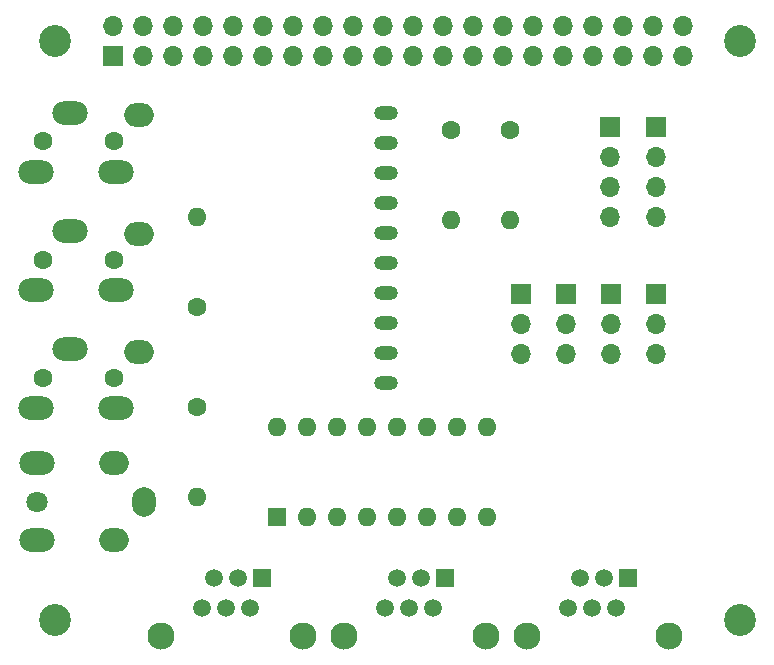
<source format=gbs>
G04 #@! TF.GenerationSoftware,KiCad,Pcbnew,(5.1.5)-3*
G04 #@! TF.CreationDate,2020-06-12T22:17:56+02:00*
G04 #@! TF.ProjectId,Main,4d61696e-2e6b-4696-9361-645f70636258,rev?*
G04 #@! TF.SameCoordinates,Original*
G04 #@! TF.FileFunction,Soldermask,Bot*
G04 #@! TF.FilePolarity,Negative*
%FSLAX46Y46*%
G04 Gerber Fmt 4.6, Leading zero omitted, Abs format (unit mm)*
G04 Created by KiCad (PCBNEW (5.1.5)-3) date 2020-06-12 22:17:56*
%MOMM*%
%LPD*%
G04 APERTURE LIST*
%ADD10C,2.300000*%
%ADD11C,1.520000*%
%ADD12R,1.520000X1.520000*%
%ADD13C,1.600000*%
%ADD14O,1.600000X1.600000*%
%ADD15O,2.000000X2.500000*%
%ADD16O,2.500000X2.000000*%
%ADD17O,3.000000X2.000000*%
%ADD18C,1.800000*%
%ADD19O,2.000000X1.200000*%
%ADD20R,1.700000X1.700000*%
%ADD21O,1.700000X1.700000*%
%ADD22R,1.600000X1.600000*%
%ADD23C,2.700000*%
G04 APERTURE END LIST*
D10*
X227950000Y-147840000D03*
X239950000Y-147840000D03*
D11*
X231400000Y-145540000D03*
X232420000Y-143000000D03*
X233440000Y-145540000D03*
X234460000Y-143000000D03*
X235480000Y-145540000D03*
D12*
X236500000Y-143000000D03*
D10*
X243450000Y-147840000D03*
X255450000Y-147840000D03*
D11*
X246900000Y-145540000D03*
X247920000Y-143000000D03*
X248940000Y-145540000D03*
X249960000Y-143000000D03*
X250980000Y-145540000D03*
D12*
X252000000Y-143000000D03*
D10*
X212450000Y-147840000D03*
X224450000Y-147840000D03*
D11*
X215900000Y-145540000D03*
X216920000Y-143000000D03*
X217940000Y-145540000D03*
X218960000Y-143000000D03*
X219980000Y-145540000D03*
D12*
X221000000Y-143000000D03*
D13*
X215500000Y-128500000D03*
D14*
X215500000Y-136120000D03*
D15*
X211000000Y-136500000D03*
D16*
X208500000Y-133250000D03*
D17*
X202000000Y-139750000D03*
X202000000Y-133250000D03*
D16*
X208500000Y-139750000D03*
D18*
X202000000Y-136500000D03*
D19*
X231500000Y-126430000D03*
X231500000Y-123890000D03*
X231500000Y-121350000D03*
X231500000Y-118810000D03*
X231500000Y-116270000D03*
X231500000Y-113730000D03*
X231500000Y-111190000D03*
X231500000Y-108650000D03*
X231500000Y-106110000D03*
X231500000Y-103570000D03*
D16*
X210600000Y-103800000D03*
D17*
X201900000Y-108600000D03*
X204800000Y-103600000D03*
X208700000Y-108600000D03*
D13*
X208500000Y-106000000D03*
X202500000Y-106000000D03*
D16*
X210600000Y-123800000D03*
D17*
X201900000Y-128600000D03*
X204800000Y-123600000D03*
X208700000Y-128600000D03*
D13*
X208500000Y-126000000D03*
X202500000Y-126000000D03*
D16*
X210600000Y-113800000D03*
D17*
X201900000Y-118600000D03*
X204800000Y-113600000D03*
X208700000Y-118600000D03*
D13*
X208500000Y-116000000D03*
X202500000Y-116000000D03*
D20*
X242935000Y-118885000D03*
D21*
X242935000Y-121425000D03*
X242935000Y-123965000D03*
D20*
X246745000Y-118885000D03*
D21*
X246745000Y-121425000D03*
X246745000Y-123965000D03*
D20*
X254365000Y-118885000D03*
D21*
X254365000Y-121425000D03*
X254365000Y-123965000D03*
D20*
X250500000Y-104775000D03*
D21*
X250500000Y-107315000D03*
X250500000Y-109855000D03*
X250500000Y-112395000D03*
D20*
X254340000Y-104775000D03*
D21*
X254340000Y-107315000D03*
X254340000Y-109855000D03*
X254340000Y-112395000D03*
D13*
X242000000Y-105000000D03*
D14*
X242000000Y-112620000D03*
D13*
X237000000Y-105000000D03*
D14*
X237000000Y-112620000D03*
D22*
X222250000Y-137795000D03*
D14*
X240030000Y-130175000D03*
X224790000Y-137795000D03*
X237490000Y-130175000D03*
X227330000Y-137795000D03*
X234950000Y-130175000D03*
X229870000Y-137795000D03*
X232410000Y-130175000D03*
X232410000Y-137795000D03*
X229870000Y-130175000D03*
X234950000Y-137795000D03*
X227330000Y-130175000D03*
X237490000Y-137795000D03*
X224790000Y-130175000D03*
X240030000Y-137795000D03*
X222250000Y-130175000D03*
D20*
X250555000Y-118885000D03*
D21*
X250555000Y-121425000D03*
X250555000Y-123965000D03*
D13*
X215500000Y-120000000D03*
D14*
X215500000Y-112380000D03*
D20*
X208370000Y-98770000D03*
D21*
X208370000Y-96230000D03*
X210910000Y-98770000D03*
X210910000Y-96230000D03*
X213450000Y-98770000D03*
X213450000Y-96230000D03*
X215990000Y-98770000D03*
X215990000Y-96230000D03*
X218530000Y-98770000D03*
X218530000Y-96230000D03*
X221070000Y-98770000D03*
X221070000Y-96230000D03*
X223610000Y-98770000D03*
X223610000Y-96230000D03*
X226150000Y-98770000D03*
X226150000Y-96230000D03*
X228690000Y-98770000D03*
X228690000Y-96230000D03*
X231230000Y-98770000D03*
X231230000Y-96230000D03*
X233770000Y-98770000D03*
X233770000Y-96230000D03*
X236310000Y-98770000D03*
X236310000Y-96230000D03*
X238850000Y-98770000D03*
X238850000Y-96230000D03*
X241390000Y-98770000D03*
X241390000Y-96230000D03*
X243930000Y-98770000D03*
X243930000Y-96230000D03*
X246470000Y-98770000D03*
X246470000Y-96230000D03*
X249010000Y-98770000D03*
X249010000Y-96230000D03*
X251550000Y-98770000D03*
X251550000Y-96230000D03*
X254090000Y-98770000D03*
X254090000Y-96230000D03*
X256630000Y-98770000D03*
X256630000Y-96230000D03*
D23*
X261500000Y-146500000D03*
X203500000Y-146500000D03*
X261500000Y-97500000D03*
X203500000Y-97500000D03*
M02*

</source>
